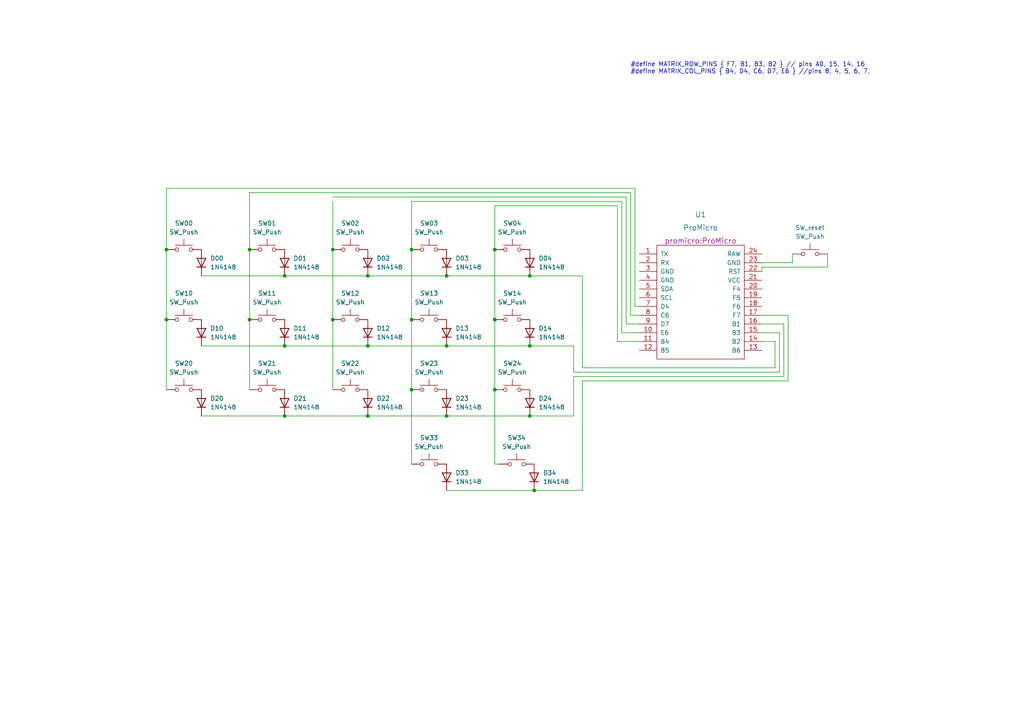
<source format=kicad_sch>
(kicad_sch (version 20211123) (generator eeschema)
  (paper "A4")
  (lib_symbols
    (symbol "Diode:1N4148" (pin_numbers hide) (pin_names (offset 1.016) hide)
      (property "Reference" "D" (at 0 2.54 0))
      (property "Value" "1N4148" (at 0 -2.54 0))
      (symbol "1N4148_0_1"
        (polyline (pts (xy -1.27 1.27) (xy -1.27 -1.27)) (stroke (width 0.254)))
        (polyline (pts (xy 1.27 0) (xy -1.27 0)))
        (polyline (pts (xy 1.27 1.27) (xy 1.27 -1.27) (xy -1.27 0) (xy 1.27 1.27)) (stroke (width 0.254)))
      )
      (symbol "1N4148_1_1"
        (pin passive line (at -3.81 0 0) (length 2.54) (name "K") (number "1"))
        (pin passive line (at 3.81 0 180) (length 2.54) (name "A") (number "2"))
      )
    )
    (symbol "Switch:SW_Push" (pin_numbers hide) (pin_names (offset 1.016) hide)
      (property "Reference" "SW" (at 1.27 2.54 0))
      (property "Value" "SW_Push" (at 0 -1.524 0))
      (symbol "SW_Push_0_1"
        (circle (center -2.032 0) (radius 0.508))
        (polyline (pts (xy 0 1.27) (xy 0 3.048)))
        (polyline (pts (xy 2.54 1.27) (xy -2.54 1.27)))
        (circle (center 2.032 0) (radius 0.508))
        (pin passive line (at -5.08 0 0) (length 2.54) (name "1") (number "1"))
        (pin passive line (at 5.08 0 180) (length 2.54) (name "2") (number "2"))
      )
    )
    (symbol "promicro:ProMicro" (pin_names (offset 1.016))
      (property "Reference" "U" (at 0 24.13 0))
      (property "Value" "ProMicro" (at 0 -13.97 0))
      (symbol "ProMicro_0_1"
        (rectangle (start -12.7 21.59) (end 12.7 -11.43))
      )
      (symbol "ProMicro_1_1"
        (pin bidirectional line (at -17.78 19.05 0) (length 5.08) (name "TX") (number "1"))
        (pin bidirectional line (at -17.78 -3.81 0) (length 5.08) (name "E6") (number "10"))
        (pin bidirectional line (at -17.78 -6.35 0) (length 5.08) (name "B4") (number "11"))
        (pin bidirectional line (at -17.78 -8.89 0) (length 5.08) (name "B5") (number "12"))
        (pin bidirectional line (at 17.78 -8.89 180) (length 5.08) (name "B6") (number "13"))
        (pin bidirectional line (at 17.78 -6.35 180) (length 5.08) (name "B2") (number "14"))
        (pin bidirectional line (at 17.78 -3.81 180) (length 5.08) (name "B3") (number "15"))
        (pin bidirectional line (at 17.78 -1.27 180) (length 5.08) (name "B1") (number "16"))
        (pin bidirectional line (at 17.78 1.27 180) (length 5.08) (name "F7") (number "17"))
        (pin bidirectional line (at 17.78 3.81 180) (length 5.08) (name "F6") (number "18"))
        (pin bidirectional line (at 17.78 6.35 180) (length 5.08) (name "F5") (number "19"))
        (pin bidirectional line (at -17.78 16.51 0) (length 5.08) (name "RX") (number "2"))
        (pin bidirectional line (at 17.78 8.89 180) (length 5.08) (name "F4") (number "20"))
        (pin power_in line (at 17.78 11.43 180) (length 5.08) (name "VCC") (number "21"))
        (pin input line (at 17.78 13.97 180) (length 5.08) (name "RST") (number "22"))
        (pin power_in line (at 17.78 16.51 180) (length 5.08) (name "GND") (number "23"))
        (pin power_out line (at 17.78 19.05 180) (length 5.08) (name "RAW") (number "24"))
        (pin power_in line (at -17.78 13.97 0) (length 5.08) (name "GND") (number "3"))
        (pin power_in line (at -17.78 11.43 0) (length 5.08) (name "GND") (number "4"))
        (pin bidirectional line (at -17.78 8.89 0) (length 5.08) (name "SDA") (number "5"))
        (pin bidirectional line (at -17.78 6.35 0) (length 5.08) (name "SCL") (number "6"))
        (pin bidirectional line (at -17.78 3.81 0) (length 5.08) (name "D4") (number "7"))
        (pin bidirectional line (at -17.78 1.27 0) (length 5.08) (name "C6") (number "8"))
        (pin bidirectional line (at -17.78 -1.27 0) (length 5.08) (name "D7") (number "9"))
      )
    )
  )
  (junction (at 48.26 92.71))
  (junction (at 48.26 72.39))
  (junction (at 82.55 100.33))
  (junction (at 129.54 80.01))
  (junction (at 143.51 92.71))
  (junction (at 96.52 92.71))
  (junction (at 119.38 72.39))
  (junction (at 119.38 113.03))
  (junction (at 119.38 92.71))
  (junction (at 96.52 72.39))
  (junction (at 106.68 120.65))
  (junction (at 72.39 92.71))
  (junction (at 153.67 120.65))
  (junction (at 82.55 120.65))
  (junction (at 106.68 80.01))
  (junction (at 129.54 120.65))
  (junction (at 153.67 100.33))
  (junction (at 154.94 142.24))
  (junction (at 72.39 72.39))
  (junction (at 143.51 113.03))
  (junction (at 82.55 80.01))
  (junction (at 153.67 80.01))
  (junction (at 143.51 72.39))
  (junction (at 129.54 100.33))
  (junction (at 106.68 100.33))
  (wire (pts (xy 143.51 92.71) (xy 143.51 113.03)))
  (wire (pts (xy 58.42 80.01) (xy 82.55 80.01)))
  (wire (pts (xy 72.39 72.39) (xy 72.39 55.88)))
  (wire (pts (xy 48.26 54.61) (xy 48.26 72.39)))
  (wire (pts (xy 181.61 57.15) (xy 181.61 93.98)))
  (wire (pts (xy 179.07 59.69) (xy 143.51 59.69)))
  (wire (pts (xy 106.68 120.65) (xy 129.54 120.65)))
  (wire (pts (xy 96.52 92.71) (xy 96.52 113.03)))
  (wire (pts (xy 153.67 100.33) (xy 166.37 100.33)))
  (wire (pts (xy 220.98 76.2) (xy 229.87 76.2)))
  (wire (pts (xy 229.87 76.2) (xy 229.87 73.66)))
  (wire (pts (xy 129.54 100.33) (xy 153.67 100.33)))
  (wire (pts (xy 180.34 58.42) (xy 180.34 96.52)))
  (wire (pts (xy 227.33 93.98) (xy 227.33 109.22)))
  (wire (pts (xy 153.67 80.01) (xy 168.91 80.01)))
  (wire (pts (xy 184.15 54.61) (xy 184.15 88.9)))
  (wire (pts (xy 143.51 72.39) (xy 143.51 92.71)))
  (wire (pts (xy 143.51 134.62) (xy 144.78 134.62)))
  (wire (pts (xy 82.55 100.33) (xy 106.68 100.33)))
  (wire (pts (xy 185.42 99.06) (xy 179.07 99.06)))
  (wire (pts (xy 168.91 80.01) (xy 168.91 106.68)))
  (wire (pts (xy 224.79 99.06) (xy 224.79 106.68)))
  (wire (pts (xy 226.06 96.52) (xy 226.06 107.95)))
  (wire (pts (xy 166.37 100.33) (xy 166.37 107.95)))
  (wire (pts (xy 48.26 54.61) (xy 184.15 54.61)))
  (wire (pts (xy 228.6 91.44) (xy 228.6 110.49)))
  (wire (pts (xy 96.52 72.39) (xy 96.52 92.71)))
  (wire (pts (xy 72.39 92.71) (xy 72.39 113.03)))
  (wire (pts (xy 119.38 72.39) (xy 119.38 92.71)))
  (wire (pts (xy 106.68 80.01) (xy 129.54 80.01)))
  (wire (pts (xy 166.37 109.22) (xy 227.33 109.22)))
  (wire (pts (xy 168.91 142.24) (xy 168.91 110.49)))
  (wire (pts (xy 82.55 120.65) (xy 106.68 120.65)))
  (wire (pts (xy 228.6 91.44) (xy 220.98 91.44)))
  (wire (pts (xy 119.38 92.71) (xy 119.38 113.03)))
  (wire (pts (xy 48.26 92.71) (xy 48.26 113.03)))
  (wire (pts (xy 106.68 100.33) (xy 129.54 100.33)))
  (wire (pts (xy 154.94 142.24) (xy 168.91 142.24)))
  (wire (pts (xy 119.38 113.03) (xy 119.38 134.62)))
  (wire (pts (xy 119.38 58.42) (xy 119.38 72.39)))
  (wire (pts (xy 220.98 93.98) (xy 227.33 93.98)))
  (wire (pts (xy 182.88 55.88) (xy 182.88 91.44)))
  (wire (pts (xy 72.39 72.39) (xy 72.39 92.71)))
  (wire (pts (xy 180.34 96.52) (xy 185.42 96.52)))
  (wire (pts (xy 182.88 91.44) (xy 185.42 91.44)))
  (wire (pts (xy 226.06 107.95) (xy 166.37 107.95)))
  (wire (pts (xy 240.03 77.47) (xy 220.98 77.47)))
  (wire (pts (xy 240.03 73.66) (xy 240.03 77.47)))
  (wire (pts (xy 168.91 110.49) (xy 228.6 110.49)))
  (wire (pts (xy 153.67 120.65) (xy 166.37 120.65)))
  (wire (pts (xy 220.98 77.47) (xy 220.98 78.74)))
  (wire (pts (xy 96.52 58.42) (xy 96.52 72.39)))
  (wire (pts (xy 143.51 113.03) (xy 143.51 134.62)))
  (wire (pts (xy 129.54 80.01) (xy 153.67 80.01)))
  (wire (pts (xy 179.07 59.69) (xy 179.07 99.06)))
  (wire (pts (xy 58.42 120.65) (xy 82.55 120.65)))
  (wire (pts (xy 96.52 57.15) (xy 181.61 57.15)))
  (wire (pts (xy 185.42 88.9) (xy 184.15 88.9)))
  (wire (pts (xy 129.54 120.65) (xy 153.67 120.65)))
  (wire (pts (xy 168.91 106.68) (xy 224.79 106.68)))
  (wire (pts (xy 143.51 59.69) (xy 143.51 72.39)))
  (wire (pts (xy 185.42 93.98) (xy 181.61 93.98)))
  (wire (pts (xy 220.98 99.06) (xy 224.79 99.06)))
  (wire (pts (xy 82.55 80.01) (xy 106.68 80.01)))
  (wire (pts (xy 119.38 58.42) (xy 180.34 58.42)))
  (wire (pts (xy 48.26 72.39) (xy 48.26 92.71)))
  (wire (pts (xy 226.06 96.52) (xy 220.98 96.52)))
  (wire (pts (xy 129.54 142.24) (xy 154.94 142.24)))
  (wire (pts (xy 166.37 120.65) (xy 166.37 109.22)))
  (wire (pts (xy 72.39 55.88) (xy 182.88 55.88)))
  (wire (pts (xy 58.42 100.33) (xy 82.55 100.33)))
  (text "#define MATRIX_ROW_PINS { F7, B1, B3, B2 } // pins A0, 15, 14, 16\n#define MATRIX_COL_PINS { B4, D4, C6, D7, E6 } //pins 8, 4, 5, 6, 7,\n" (at 182.88 21.59 0) (effects (font (size 1.27 1.27)) (justify left bottom)))
  (symbol (lib_id "Switch:SW_Push") (at 101.6 113.03 0) (unit 1)
    (property "Reference" "SW22" (at 101.6 105.41 0))
    (property "Value" "SW_Push" (at 101.6 107.95 0))
    (property "Footprint" "keyswitches:Kailh_socket_MX" (effects hide))
  )
  (symbol (lib_id "Diode:1N4148") (at 129.54 116.84 90) (unit 1)
    (property "Reference" "D23" (at 132.08 115.5699 90) (effects (justify right)))
    (property "Value" "1N4148" (at 132.08 118.1099 90) (effects (justify right)))
    (property "Footprint" "Diode_THT:D_DO-35_SOD27_P7.62mm_Horizontal" (effects hide))
    (property "Datasheet" "https://assets.nexperia.com/documents/data-sheet/1N4148_1N4448.pdf" (effects hide))
  )
  (symbol (lib_id "Switch:SW_Push") (at 77.47 113.03 0) (unit 1)
    (property "Reference" "SW21" (at 77.47 105.41 0))
    (property "Value" "SW_Push" (at 77.47 107.95 0))
    (property "Footprint" "keyswitches:Kailh_socket_MX" (effects hide))
  )
  (symbol (lib_id "Switch:SW_Push") (at 53.34 72.39 0) (unit 1)
    (property "Reference" "SW00" (at 53.34 64.77 0))
    (property "Value" "SW_Push" (at 53.34 67.31 0))
    (property "Footprint" "keyswitches:Kailh_socket_MX" (effects hide))
  )
  (symbol (lib_id "Diode:1N4148") (at 129.54 76.2 90) (unit 1)
    (property "Reference" "D03" (at 132.08 74.9299 90) (effects (justify right)))
    (property "Value" "1N4148" (at 132.08 77.4699 90) (effects (justify right)))
    (property "Footprint" "Diode_THT:D_DO-35_SOD27_P7.62mm_Horizontal" (effects hide))
    (property "Datasheet" "https://assets.nexperia.com/documents/data-sheet/1N4148_1N4448.pdf" (effects hide))
  )
  (symbol (lib_id "Switch:SW_Push") (at 148.59 113.03 0) (unit 1)
    (property "Reference" "SW24" (at 148.59 105.41 0))
    (property "Value" "SW_Push" (at 148.59 107.95 0))
    (property "Footprint" "keyswitches:Kailh_socket_MX" (effects hide))
  )
  (symbol (lib_id "Diode:1N4148") (at 153.67 116.84 90) (unit 1)
    (property "Reference" "D24" (at 156.21 115.5699 90) (effects (justify right)))
    (property "Value" "1N4148" (at 156.21 118.1099 90) (effects (justify right)))
    (property "Footprint" "Diode_THT:D_DO-35_SOD27_P7.62mm_Horizontal" (effects hide))
    (property "Datasheet" "https://assets.nexperia.com/documents/data-sheet/1N4148_1N4448.pdf" (effects hide))
  )
  (symbol (lib_id "Diode:1N4148") (at 153.67 76.2 90) (unit 1)
    (property "Reference" "D04" (at 156.21 74.9299 90) (effects (justify right)))
    (property "Value" "1N4148" (at 156.21 77.4699 90) (effects (justify right)))
    (property "Footprint" "Diode_THT:D_DO-35_SOD27_P7.62mm_Horizontal" (effects hide))
    (property "Datasheet" "https://assets.nexperia.com/documents/data-sheet/1N4148_1N4448.pdf" (effects hide))
  )
  (symbol (lib_id "Diode:1N4148") (at 129.54 138.43 90) (unit 1)
    (property "Reference" "D33" (at 132.08 137.1599 90) (effects (justify right)))
    (property "Value" "1N4148" (at 132.08 139.6999 90) (effects (justify right)))
    (property "Footprint" "Diode_THT:D_DO-35_SOD27_P7.62mm_Horizontal" (effects hide))
    (property "Datasheet" "https://assets.nexperia.com/documents/data-sheet/1N4148_1N4448.pdf" (effects hide))
  )
  (symbol (lib_id "Switch:SW_Push") (at 124.46 134.62 0) (unit 1)
    (property "Reference" "SW33" (at 124.46 127 0))
    (property "Value" "SW_Push" (at 124.46 129.54 0))
    (property "Footprint" "keyswitches:Kailh_socket_MX" (effects hide))
  )
  (symbol (lib_id "Switch:SW_Push") (at 234.95 73.66 0) (unit 1)
    (property "Reference" "SW_reset" (at 234.95 66.04 0))
    (property "Value" "SW_Push" (at 234.95 68.58 0))
    (property "Footprint" "keyswitches:Kailh_socket_MX" (effects hide))
  )
  (symbol (lib_id "Switch:SW_Push") (at 124.46 92.71 0) (unit 1)
    (property "Reference" "SW13" (at 124.46 85.09 0))
    (property "Value" "SW_Push" (at 124.46 87.63 0))
    (property "Footprint" "keyswitches:Kailh_socket_MX" (effects hide))
  )
  (symbol (lib_id "Switch:SW_Push") (at 53.34 113.03 0) (unit 1)
    (property "Reference" "SW20" (at 53.34 105.41 0))
    (property "Value" "SW_Push" (at 53.34 107.95 0))
    (property "Footprint" "keyswitches:Kailh_socket_MX" (effects hide))
  )
  (symbol (lib_id "Diode:1N4148") (at 129.54 96.52 90) (unit 1)
    (property "Reference" "D13" (at 132.08 95.2499 90) (effects (justify right)))
    (property "Value" "1N4148" (at 132.08 97.7899 90) (effects (justify right)))
    (property "Footprint" "Diode_THT:D_DO-35_SOD27_P7.62mm_Horizontal" (effects hide))
    (property "Datasheet" "https://assets.nexperia.com/documents/data-sheet/1N4148_1N4448.pdf" (effects hide))
  )
  (symbol (lib_id "Switch:SW_Push") (at 77.47 72.39 0) (unit 1)
    (property "Reference" "SW01" (at 77.47 64.77 0))
    (property "Value" "SW_Push" (at 77.47 67.31 0))
    (property "Footprint" "keyswitches:Kailh_socket_MX" (effects hide))
  )
  (symbol (lib_id "Diode:1N4148") (at 82.55 116.84 90) (unit 1)
    (property "Reference" "D21" (at 85.09 115.5699 90) (effects (justify right)))
    (property "Value" "1N4148" (at 85.09 118.1099 90) (effects (justify right)))
    (property "Footprint" "Diode_THT:D_DO-35_SOD27_P7.62mm_Horizontal" (effects hide))
    (property "Datasheet" "https://assets.nexperia.com/documents/data-sheet/1N4148_1N4448.pdf" (effects hide))
  )
  (symbol (lib_id "Switch:SW_Push") (at 101.6 92.71 0) (unit 1)
    (property "Reference" "SW12" (at 101.6 85.09 0))
    (property "Value" "SW_Push" (at 101.6 87.63 0))
    (property "Footprint" "keyswitches:Kailh_socket_MX" (effects hide))
  )
  (symbol (lib_id "Switch:SW_Push") (at 124.46 113.03 0) (unit 1)
    (property "Reference" "SW23" (at 124.46 105.41 0))
    (property "Value" "SW_Push" (at 124.46 107.95 0))
    (property "Footprint" "keyswitches:Kailh_socket_MX" (effects hide))
  )
  (symbol (lib_id "Switch:SW_Push") (at 53.34 92.71 0) (unit 1)
    (property "Reference" "SW10" (at 53.34 85.09 0))
    (property "Value" "SW_Push" (at 53.34 87.63 0))
    (property "Footprint" "keyswitches:Kailh_socket_MX" (effects hide))
  )
  (symbol (lib_id "Switch:SW_Push") (at 149.86 134.62 0) (unit 1)
    (property "Reference" "SW34" (at 149.86 127 0))
    (property "Value" "SW_Push" (at 149.86 129.54 0))
    (property "Footprint" "keyswitches:Kailh_socket_MX" (effects hide))
  )
  (symbol (lib_id "Diode:1N4148") (at 58.42 116.84 90) (unit 1)
    (property "Reference" "D20" (at 60.96 115.5699 90) (effects (justify right)))
    (property "Value" "1N4148" (at 60.96 118.1099 90) (effects (justify right)))
    (property "Footprint" "Diode_THT:D_DO-35_SOD27_P7.62mm_Horizontal" (effects hide))
    (property "Datasheet" "https://assets.nexperia.com/documents/data-sheet/1N4148_1N4448.pdf" (effects hide))
  )
  (symbol (lib_id "Switch:SW_Push") (at 124.46 72.39 0) (unit 1)
    (property "Reference" "SW03" (at 124.46 64.77 0))
    (property "Value" "SW_Push" (at 124.46 67.31 0))
    (property "Footprint" "keyswitches:Kailh_socket_MX" (effects hide))
  )
  (symbol (lib_id "Diode:1N4148") (at 154.94 138.43 90) (unit 1)
    (property "Reference" "D34" (at 157.48 137.1599 90) (effects (justify right)))
    (property "Value" "1N4148" (at 157.48 139.6999 90) (effects (justify right)))
    (property "Footprint" "Diode_THT:D_DO-35_SOD27_P7.62mm_Horizontal" (effects hide))
    (property "Datasheet" "https://assets.nexperia.com/documents/data-sheet/1N4148_1N4448.pdf" (effects hide))
  )
  (symbol (lib_id "promicro:ProMicro") (at 203.2 92.71 0) (unit 1)
    (property "Reference" "U1" (at 203.2 62.23 0) (effects (font (size 1.524 1.524))))
    (property "Value" "ProMicro" (at 203.2 66.04 0) (effects (font (size 1.524 1.524))))
    (property "Footprint" "promicro:ProMicro" (at 203.2 69.85 0) (effects (font (size 1.524 1.524))))
  )
  (symbol (lib_id "Switch:SW_Push") (at 101.6 72.39 0) (unit 1)
    (property "Reference" "SW02" (at 101.6 64.77 0))
    (property "Value" "SW_Push" (at 101.6 67.31 0))
    (property "Footprint" "keyswitches:Kailh_socket_MX" (effects hide))
  )
  (symbol (lib_id "Diode:1N4148") (at 106.68 116.84 90) (unit 1)
    (property "Reference" "D22" (at 109.22 115.5699 90) (effects (justify right)))
    (property "Value" "1N4148" (at 109.22 118.1099 90) (effects (justify right)))
    (property "Footprint" "Diode_THT:D_DO-35_SOD27_P7.62mm_Horizontal" (effects hide))
    (property "Datasheet" "https://assets.nexperia.com/documents/data-sheet/1N4148_1N4448.pdf" (effects hide))
  )
  (symbol (lib_id "Diode:1N4148") (at 58.42 96.52 90) (unit 1)
    (property "Reference" "D10" (at 60.96 95.2499 90) (effects (justify right)))
    (property "Value" "1N4148" (at 60.96 97.7899 90) (effects (justify right)))
    (property "Footprint" "Diode_THT:D_DO-35_SOD27_P7.62mm_Horizontal" (effects hide))
    (property "Datasheet" "https://assets.nexperia.com/documents/data-sheet/1N4148_1N4448.pdf" (effects hide))
  )
  (symbol (lib_id "Diode:1N4148") (at 153.67 96.52 90) (unit 1)
    (property "Reference" "D14" (at 156.21 95.2499 90) (effects (justify right)))
    (property "Value" "1N4148" (at 156.21 97.7899 90) (effects (justify right)))
    (property "Footprint" "Diode_THT:D_DO-35_SOD27_P7.62mm_Horizontal" (effects hide))
    (property "Datasheet" "https://assets.nexperia.com/documents/data-sheet/1N4148_1N4448.pdf" (effects hide))
  )
  (symbol (lib_id "Diode:1N4148") (at 106.68 76.2 90) (unit 1)
    (property "Reference" "D02" (at 109.22 74.9299 90) (effects (justify right)))
    (property "Value" "1N4148" (at 109.22 77.4699 90) (effects (justify right)))
    (property "Footprint" "Diode_THT:D_DO-35_SOD27_P7.62mm_Horizontal" (effects hide))
    (property "Datasheet" "https://assets.nexperia.com/documents/data-sheet/1N4148_1N4448.pdf" (effects hide))
  )
  (symbol (lib_id "Switch:SW_Push") (at 77.47 92.71 0) (unit 1)
    (property "Reference" "SW11" (at 77.47 85.09 0))
    (property "Value" "SW_Push" (at 77.47 87.63 0))
    (property "Footprint" "keyswitches:Kailh_socket_MX" (effects hide))
  )
  (symbol (lib_id "Diode:1N4148") (at 82.55 76.2 90) (unit 1)
    (property "Reference" "D01" (at 85.09 74.9299 90) (effects (justify right)))
    (property "Value" "1N4148" (at 85.09 77.4699 90) (effects (justify right)))
    (property "Footprint" "Diode_THT:D_DO-35_SOD27_P7.62mm_Horizontal" (effects hide))
    (property "Datasheet" "https://assets.nexperia.com/documents/data-sheet/1N4148_1N4448.pdf" (effects hide))
  )
  (symbol (lib_id "Diode:1N4148") (at 82.55 96.52 90) (unit 1)
    (property "Reference" "D11" (at 85.09 95.2499 90) (effects (justify right)))
    (property "Value" "1N4148" (at 85.09 97.7899 90) (effects (justify right)))
    (property "Footprint" "Diode_THT:D_DO-35_SOD27_P7.62mm_Horizontal" (effects hide))
    (property "Datasheet" "https://assets.nexperia.com/documents/data-sheet/1N4148_1N4448.pdf" (effects hide))
  )
  (symbol (lib_id "Switch:SW_Push") (at 148.59 72.39 0) (unit 1)
    (property "Reference" "SW04" (at 148.59 64.77 0))
    (property "Value" "SW_Push" (at 148.59 67.31 0))
    (property "Footprint" "keyswitches:Kailh_socket_MX" (effects hide))
  )
  (symbol (lib_id "Diode:1N4148") (at 58.42 76.2 90) (unit 1)
    (property "Reference" "D00" (at 60.96 74.9299 90) (effects (justify right)))
    (property "Value" "1N4148" (at 60.96 77.4699 90) (effects (justify right)))
    (property "Footprint" "Diode_THT:D_DO-35_SOD27_P7.62mm_Horizontal" (effects hide))
    (property "Datasheet" "https://assets.nexperia.com/documents/data-sheet/1N4148_1N4448.pdf" (effects hide))
  )
  (symbol (lib_id "Switch:SW_Push") (at 148.59 92.71 0) (unit 1)
    (property "Reference" "SW14" (at 148.59 85.09 0))
    (property "Value" "SW_Push" (at 148.59 87.63 0))
    (property "Footprint" "keyswitches:Kailh_socket_MX" (effects hide))
  )
  (symbol (lib_id "Diode:1N4148") (at 106.68 96.52 90) (unit 1)
    (property "Reference" "D12" (at 109.22 95.2499 90) (effects (justify right)))
    (property "Value" "1N4148" (at 109.22 97.7899 90) (effects (justify right)))
    (property "Footprint" "Diode_THT:D_DO-35_SOD27_P7.62mm_Horizontal" (effects hide))
    (property "Datasheet" "https://assets.nexperia.com/documents/data-sheet/1N4148_1N4448.pdf" (effects hide))
  )
)
</source>
